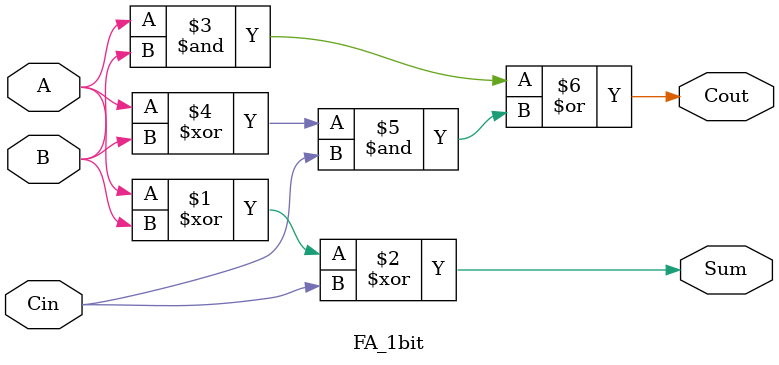
<source format=v>
module FA_1bit(A, B, Cin, Sum, Cout);
	
	input A, B, Cin;
	output Sum, Cout;
	
	assign Sum = (A ^ B) ^ Cin;
	
	assign Cout = (A & B) | (A ^ B) & Cin;
	
endmodule

</source>
